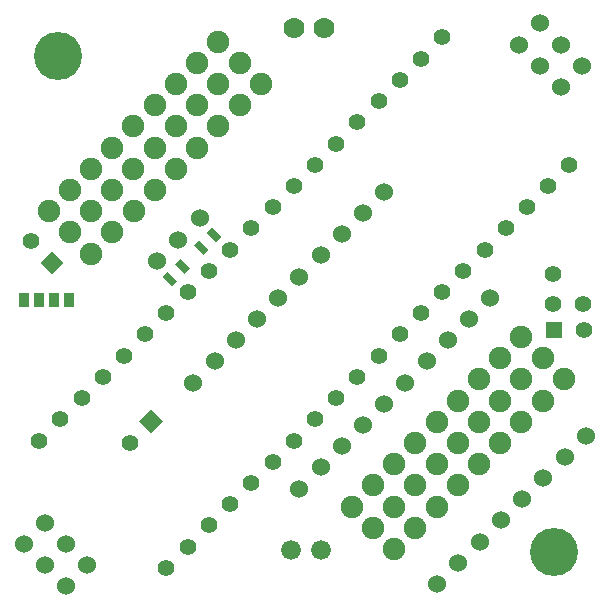
<source format=gbs>
G04 (created by PCBNEW (2013-dec-23)-stable) date Thu 03 Jul 2014 07:48:38 AM MDT*
%MOIN*%
G04 Gerber Fmt 3.4, Leading zero omitted, Abs format*
%FSLAX34Y34*%
G01*
G70*
G90*
G04 APERTURE LIST*
%ADD10C,0.00590551*%
%ADD11C,0.055*%
%ADD12C,0.066*%
%ADD13C,0.07*%
%ADD14C,0.06*%
%ADD15C,0.16*%
%ADD16R,0.035X0.045*%
%ADD17C,0.075*%
%ADD18R,0.055X0.055*%
G04 APERTURE END LIST*
G54D10*
G54D11*
X32866Y-15738D03*
X31866Y-15738D03*
X31866Y-14738D03*
G54D12*
X24116Y-23918D03*
X23116Y-23918D03*
G54D11*
X28163Y-6850D03*
X27456Y-7557D03*
X26748Y-8264D03*
X26041Y-8971D03*
X25334Y-9678D03*
X24627Y-10385D03*
X23920Y-11092D03*
X23213Y-11799D03*
X22506Y-12506D03*
X21799Y-13214D03*
X21092Y-13921D03*
X20384Y-14628D03*
X19677Y-15335D03*
X18970Y-16042D03*
X18263Y-16749D03*
X17556Y-17456D03*
X16849Y-18163D03*
X16142Y-18870D03*
X15435Y-19578D03*
X14728Y-20285D03*
X18970Y-24527D03*
X19677Y-23820D03*
X20384Y-23113D03*
X21092Y-22406D03*
X21799Y-21699D03*
X22506Y-20992D03*
X23213Y-20285D03*
X23920Y-19578D03*
X24627Y-18870D03*
X25334Y-18163D03*
X26041Y-17456D03*
X26748Y-16749D03*
X27456Y-16042D03*
X28163Y-15335D03*
X28870Y-14628D03*
X29577Y-13921D03*
X30284Y-13214D03*
X30991Y-12506D03*
X31698Y-11799D03*
X32405Y-11092D03*
G54D13*
X24216Y-6538D03*
X23216Y-6538D03*
G54D14*
X18659Y-14296D03*
X19366Y-13588D03*
X20074Y-12881D03*
X27998Y-25067D03*
X28705Y-24360D03*
X29412Y-23653D03*
X30119Y-22946D03*
X30826Y-22238D03*
X31534Y-21531D03*
X32241Y-20824D03*
X32948Y-20117D03*
G54D15*
X31889Y-24015D03*
X15354Y-7480D03*
G54D14*
X30706Y-7085D03*
X31413Y-6378D03*
X31413Y-7792D03*
X32120Y-7085D03*
X32120Y-8499D03*
X32827Y-7792D03*
X16327Y-24442D03*
X15620Y-25149D03*
X15620Y-23735D03*
X14913Y-24442D03*
X14913Y-23028D03*
X14206Y-23735D03*
G54D16*
X15716Y-15588D03*
X15216Y-15588D03*
X14716Y-15588D03*
X14216Y-15588D03*
G54D14*
X19867Y-18353D03*
X20574Y-17646D03*
X21281Y-16938D03*
X21988Y-16231D03*
X22695Y-15524D03*
X23402Y-14817D03*
X24109Y-14110D03*
X24816Y-13403D03*
X25524Y-12696D03*
X26231Y-11989D03*
X29766Y-15524D03*
X29059Y-16231D03*
X28352Y-16938D03*
X27645Y-17646D03*
X26938Y-18353D03*
X26231Y-19060D03*
X25524Y-19767D03*
X24816Y-20474D03*
X24109Y-21181D03*
X23402Y-21888D03*
G54D10*
G36*
X19433Y-14229D02*
X19751Y-14547D01*
X19574Y-14724D01*
X19256Y-14406D01*
X19433Y-14229D01*
X19433Y-14229D01*
G37*
G36*
X19009Y-14653D02*
X19327Y-14971D01*
X19150Y-15148D01*
X18832Y-14830D01*
X19009Y-14653D01*
X19009Y-14653D01*
G37*
G36*
X20200Y-14098D02*
X19882Y-13780D01*
X20059Y-13603D01*
X20377Y-13921D01*
X20200Y-14098D01*
X20200Y-14098D01*
G37*
G36*
X20624Y-13674D02*
X20306Y-13356D01*
X20483Y-13179D01*
X20801Y-13497D01*
X20624Y-13674D01*
X20624Y-13674D01*
G37*
G54D17*
X18579Y-11936D03*
X19286Y-11229D03*
X19994Y-10522D03*
X17872Y-11229D03*
X18579Y-10522D03*
X19286Y-9815D03*
X17165Y-10522D03*
X17872Y-9815D03*
X18579Y-9108D03*
X20699Y-9816D03*
X21406Y-9109D03*
X22114Y-8402D03*
X19992Y-9109D03*
X20699Y-8402D03*
X21406Y-7695D03*
X19285Y-8402D03*
X19992Y-7695D03*
X20699Y-6988D03*
X16459Y-14056D03*
X17166Y-13349D03*
X17874Y-12642D03*
X15752Y-13349D03*
X16459Y-12642D03*
X17166Y-11935D03*
X15045Y-12642D03*
X15752Y-11935D03*
X16459Y-11228D03*
X30804Y-16831D03*
X30096Y-17538D03*
X29389Y-18245D03*
X31511Y-17538D03*
X30804Y-18245D03*
X30096Y-18952D03*
X32218Y-18245D03*
X31511Y-18952D03*
X30804Y-19659D03*
X28684Y-18951D03*
X27976Y-19658D03*
X27269Y-20365D03*
X29391Y-19658D03*
X28684Y-20365D03*
X27976Y-21072D03*
X30098Y-20365D03*
X29391Y-21072D03*
X28684Y-21779D03*
X26564Y-21071D03*
X25856Y-21778D03*
X25149Y-22485D03*
X27271Y-21778D03*
X26564Y-22485D03*
X25856Y-23192D03*
X27978Y-22485D03*
X27271Y-23192D03*
X26564Y-23899D03*
G54D18*
X31900Y-16600D03*
G54D11*
X32900Y-16600D03*
G54D10*
G36*
X18453Y-19257D02*
X18842Y-19646D01*
X18453Y-20035D01*
X18064Y-19646D01*
X18453Y-19257D01*
X18453Y-19257D01*
G37*
G54D11*
X17746Y-20353D03*
G54D10*
G36*
X15542Y-14353D02*
X15153Y-14742D01*
X14764Y-14353D01*
X15153Y-13964D01*
X15542Y-14353D01*
X15542Y-14353D01*
G37*
G54D11*
X14446Y-13646D03*
M02*

</source>
